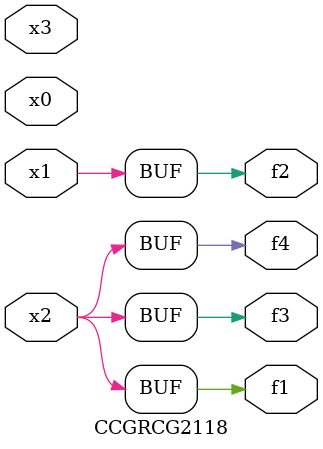
<source format=v>
module CCGRCG2118(
	input x0, x1, x2, x3,
	output f1, f2, f3, f4
);
	assign f1 = x2;
	assign f2 = x1;
	assign f3 = x2;
	assign f4 = x2;
endmodule

</source>
